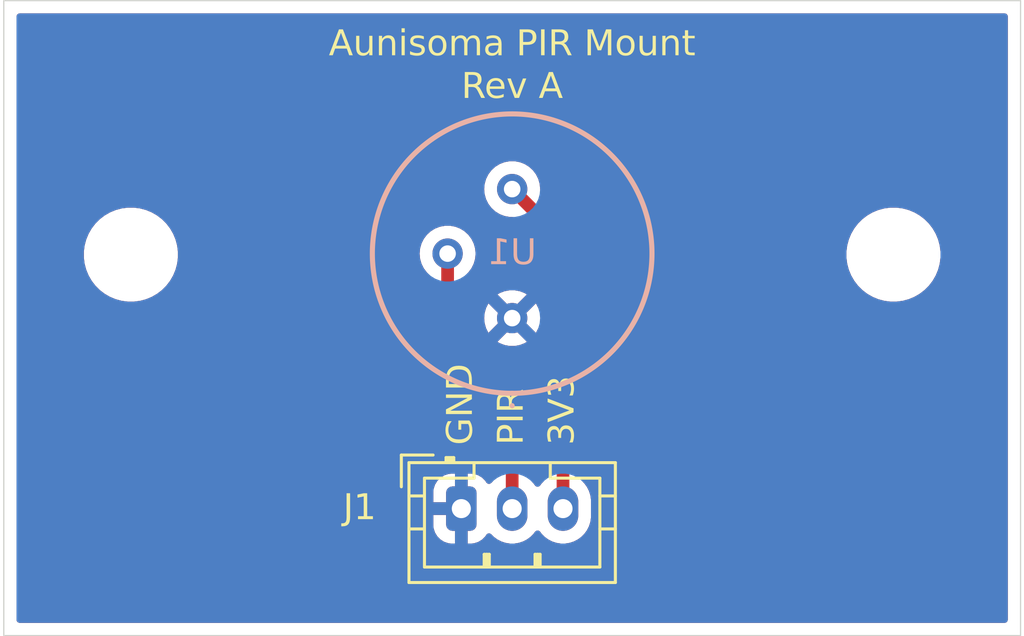
<source format=kicad_pcb>
(kicad_pcb (version 20240108) (generator "pcbnew") (generator_version "8.0")
  (layers (0 "F.Cu" signal) (31 "B.Cu" signal) (34 "B.Paste" user) (35 "F.Paste" user) (36 "B.SilkS" user "B.Silkscreen") (37 "F.SilkS" user "F.Silkscreen") (38 "B.Mask" user) (39 "F.Mask" user) (44 "Edge.Cuts" user))
  (net 0 "")
  (net 1 "GND")
  (net 2 "+3.3V")
  (net 3 "/PIR_OUT")
  (footprint "MountingHole:MountingHole_3.2mm_M3" (layer "F.Cu") (at 120 70)
    (property "Reference" "H1" (hide yes))
    (property "Value" "MountingHole")
    (pad "" np_thru_hole circle (at 0 0) (size 3.2 3.2) (drill 3.2) (layers "*.Cu" "*.Mask"))
  )
  (footprint "MountingHole:MountingHole_3.2mm_M3" (layer "F.Cu") (at 90 70)
    (property "Reference" "H2" (hide yes))
    (property "Value" "MountingHole")
    (pad "" np_thru_hole circle (at 0 0) (size 3.2 3.2) (drill 3.2) (layers "*.Cu" "*.Mask"))
  )
  (footprint "Connector_JST:JST_PH_B3B-PH-K_1x03_P2.00mm_Vertical" (layer "F.Cu") (at 103 80)
    (property "Reference" "J1" (at -4 0 0) (layer "F.SilkS"))
    (property "Value" "PIR1")
    (fp_line (start -2.36 -2.11) (end -2.36 -0.86) (stroke (width 0.12)) (layer "F.SilkS"))
    (fp_line (start -2.06 -1.81) (end -2.06 2.91) (stroke (width 0.12)) (layer "F.SilkS"))
    (fp_line (start -2.06 -0.5) (end -1.45 -0.5) (stroke (width 0.12)) (layer "F.SilkS"))
    (fp_line (start -2.06 0.8) (end -1.45 0.8) (stroke (width 0.12)) (layer "F.SilkS"))
    (fp_line (start -2.06 2.91) (end 6.06 2.91) (stroke (width 0.12)) (layer "F.SilkS"))
    (fp_line (start -1.45 -1.2) (end -1.45 2.3) (stroke (width 0.12)) (layer "F.SilkS"))
    (fp_line (start -1.45 2.3) (end 5.45 2.3) (stroke (width 0.12)) (layer "F.SilkS"))
    (fp_line (start -1.11 -2.11) (end -2.36 -2.11) (stroke (width 0.12)) (layer "F.SilkS"))
    (fp_line (start -0.6 -2.01) (end -0.6 -1.81) (stroke (width 0.12)) (layer "F.SilkS"))
    (fp_line (start -0.3 -2.01) (end -0.6 -2.01) (stroke (width 0.12)) (layer "F.SilkS"))
    (fp_line (start -0.3 -1.91) (end -0.6 -1.91) (stroke (width 0.12)) (layer "F.SilkS"))
    (fp_line (start -0.3 -1.81) (end -0.3 -2.01) (stroke (width 0.12)) (layer "F.SilkS"))
    (fp_line (start 0.5 -1.81) (end 0.5 -1.2) (stroke (width 0.12)) (layer "F.SilkS"))
    (fp_line (start 0.5 -1.2) (end -1.45 -1.2) (stroke (width 0.12)) (layer "F.SilkS"))
    (fp_line (start 0.9 1.8) (end 1.1 1.8) (stroke (width 0.12)) (layer "F.SilkS"))
    (fp_line (start 0.9 2.3) (end 0.9 1.8) (stroke (width 0.12)) (layer "F.SilkS"))
    (fp_line (start 1 2.3) (end 1 1.8) (stroke (width 0.12)) (layer "F.SilkS"))
    (fp_line (start 1.1 1.8) (end 1.1 2.3) (stroke (width 0.12)) (layer "F.SilkS"))
    (fp_line (start 2.9 1.8) (end 3.1 1.8) (stroke (width 0.12)) (layer "F.SilkS"))
    (fp_line (start 2.9 2.3) (end 2.9 1.8) (stroke (width 0.12)) (layer "F.SilkS"))
    (fp_line (start 3 2.3) (end 3 1.8) (stroke (width 0.12)) (layer "F.SilkS"))
    (fp_line (start 3.1 1.8) (end 3.1 2.3) (stroke (width 0.12)) (layer "F.SilkS"))
    (fp_line (start 3.5 -1.2) (end 3.5 -1.81) (stroke (width 0.12)) (layer "F.SilkS"))
    (fp_line (start 5.45 -1.2) (end 3.5 -1.2) (stroke (width 0.12)) (layer "F.SilkS"))
    (fp_line (start 5.45 2.3) (end 5.45 -1.2) (stroke (width 0.12)) (layer "F.SilkS"))
    (fp_line (start 6.06 -1.81) (end -2.06 -1.81) (stroke (width 0.12)) (layer "F.SilkS"))
    (fp_line (start 6.06 -0.5) (end 5.45 -0.5) (stroke (width 0.12)) (layer "F.SilkS"))
    (fp_line (start 6.06 0.8) (end 5.45 0.8) (stroke (width 0.12)) (layer "F.SilkS"))
    (fp_line (start 6.06 2.91) (end 6.06 -1.81) (stroke (width 0.12)) (layer "F.SilkS"))
    (pad "1" thru_hole roundrect (at 0 0) (size 1.2 1.75) (drill 0.75) (layers "*.Cu" "*.Mask") (roundrect_rratio 0.208333) (net 1 "GND"))
    (pad "2" thru_hole oval (at 2 0) (size 1.2 1.75) (drill 0.75) (layers "*.Cu" "*.Mask") (net 3 "/PIR_OUT"))
    (pad "3" thru_hole oval (at 4 0) (size 1.2 1.75) (drill 0.75) (layers "*.Cu" "*.Mask") (net 2 "+3.3V"))
  )
  (footprint "MyFootprints:EKMB1201111" (layer "B.Cu") (at 105 72.5 180)
    (property "Reference" "U1" (at 0 2.54 0) (layer "B.SilkS") (effects (font (thickness 0.254)) (justify mirror)))
    (property "Value" "EKMB1201111" (hide yes))
    (fp_line (start 0 8.04) (end 0 8.04) (stroke (width 0.2)) (layer "B.SilkS"))
    (fp_line (start 0 -2.96) (end 0 -2.96) (stroke (width 0.2)) (layer "B.SilkS"))
    (fp_line (start 0 -3.4) (end 0 -3.4) (stroke (width 0.1)) (layer "B.SilkS"))
    (fp_line (start 0 -3.5) (end 0 -3.5) (stroke (width 0.1)) (layer "B.SilkS"))
    (fp_arc (start 0 8.04) (mid -5.5 2.54) (end 0 -2.96) (stroke (width 0.2)) (layer "B.SilkS"))
    (fp_arc (start 0 -2.96) (mid 5.5 2.54) (end 0 8.04) (stroke (width 0.2)) (layer "B.SilkS"))
    (fp_arc (start 0 -3.4) (mid -0.05 -3.45) (end 0 -3.5) (stroke (width 0.1)) (layer "B.SilkS"))
    (fp_arc (start 0 -3.5) (mid 0.05 -3.45) (end 0 -3.4) (stroke (width 0.1)) (layer "B.SilkS"))
    (pad "1" thru_hole circle (at 0 0 180) (size 1.192 1.192) (drill 0.65) (layers "*.Cu" "*.Mask") (net 1 "GND"))
    (pad "2" thru_hole circle (at 2.54 2.54 180) (size 1.192 1.192) (drill 0.65) (layers "*.Cu" "*.Mask") (net 3 "/PIR_OUT"))
    (pad "3" thru_hole circle (at 0 5.08 180) (size 1.192 1.192) (drill 0.65) (layers "*.Cu" "*.Mask") (net 2 "+3.3V"))
  )
  (gr_rect (start 85 60) (end 125 85) (stroke (width 0.05)) (fill none) (layer "Edge.Cuts"))
  (gr_text "GND" (at 103 77.5 90) (layer "F.SilkS") (effects (font (size 1 1)) (justify left)))
  (gr_text "PIR" (at 105 77.5 90) (layer "F.SilkS") (effects (font (size 1 1)) (justify left)))
  (gr_text "Aunisoma PIR Mount\nRev A" (at 105 64 0) (layer "F.SilkS") (effects (font (size 1 1)) (justify bottom)))
  (gr_text "3V3" (at 107 77.5 90) (layer "F.SilkS") (effects (font (size 1 1)) (justify left)))
  (segment (start 107 69.42) (end 105 67.42) (width 0.5) (layer "F.Cu") (net 2))
  (segment (start 107 80) (end 107 69.42) (width 0.5) (layer "F.Cu") (net 2))
  (segment (start 105 77.5) (end 102.46 74.96) (width 0.5) (layer "F.Cu") (net 3))
  (segment (start 105 80) (end 105 77.5) (width 0.5) (layer "F.Cu") (net 3))
  (segment (start 102.46 74.96) (end 102.46 69.96) (width 0.5) (layer "F.Cu") (net 3))
  (zone (net 1) (net_name "GND") (layers "F&B.Cu") (connect_pads (clearance 0.5)) (min_thickness 0.25) (fill yes (thermal_gap 0.5) (thermal_bridge_width 0.5))
    (polygon (pts (xy 85 60) (xy 85 85) (xy 125 85) (xy 125 60)))
  )
)
</source>
